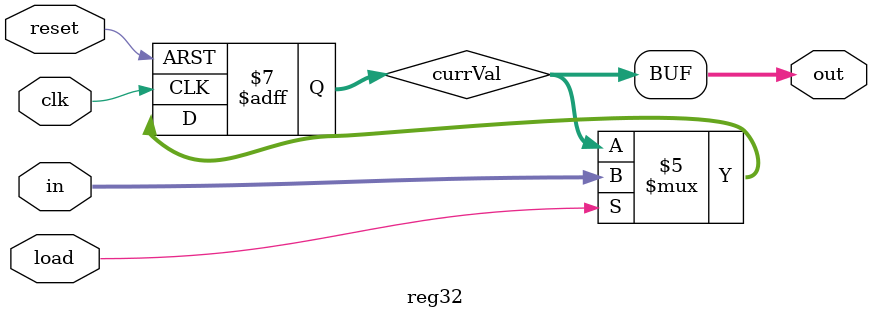
<source format=v>
module convAccelerator(input clk, input reset, input [31:0] dataIn,
                        input dataValid, input filter, output [31:0] dataOut);

  reg [4:0] count;
  reg [63:0] product;
  reg [31:0] shifted_product;
  reg [31:0] sum;
  assign dataOut = sum;

  reg loadAct1, loadAct2, loadAct3, loadAct4, loadAct5, loadAct6, loadAct7,
      loadAct8, loadAct9, loadFil1, loadFil2, loadFil3, loadFil4, loadFil5,
      loadFil6, loadFil7, loadFil8, loadFil9;
  wire [31:0] outAct1, outAct2, outAct3, outAct4, outAct5, outAct6, outAct7,
      outAct8, outAct9, outFil1, outFil2, outFil3, outFil4, outFil5, outFil6,
      outFil7, outFil8, outFil9;

  // Registers to store current activations that are being manipulated
  reg32 regAct1(clk, reset, loadAct1, dataIn, outAct1);
  reg32 regAct2(clk, reset, loadAct2, dataIn, outAct2);
  reg32 regAct3(clk, reset, loadAct3, dataIn, outAct3);
  reg32 regAct4(clk, reset, loadAct4, dataIn, outAct4);
  reg32 regAct5(clk, reset, loadAct5, dataIn, outAct5);
  reg32 regAct6(clk, reset, loadAct6, dataIn, outAct6);
  reg32 regAct7(clk, reset, loadAct7, dataIn, outAct7);
  reg32 regAct8(clk, reset, loadAct8, dataIn, outAct8);
  reg32 regAct9(clk, reset, loadAct9, dataIn, outAct9);

  // Registers to store filter values (3x3 means 9 registers)
  reg32 regFil1(clk, reset, loadFil1, dataIn, outFil1);
  reg32 regFil2(clk, reset, loadFil2, dataIn, outFil2);
  reg32 regFil3(clk, reset, loadFil3, dataIn, outFil3);
  reg32 regFil4(clk, reset, loadFil4, dataIn, outFil4);
  reg32 regFil5(clk, reset, loadFil5, dataIn, outFil5);
  reg32 regFil6(clk, reset, loadFil6, dataIn, outFil6);
  reg32 regFil7(clk, reset, loadFil7, dataIn, outFil7);
  reg32 regFil8(clk, reset, loadFil8, dataIn, outFil8);
  reg32 regFil9(clk, reset, loadFil9, dataIn, outFil9);

  always @(posedge clk, negedge reset) begin
    if (!reset) begin
      // Reset all values to 0
      loadAct1 = 1'b0; loadAct2 = 1'b0; loadAct3 = 1'b0; loadAct4 = 1'b0;
      loadAct5 = 1'b0; loadAct6 = 1'b0; loadAct7 = 1'b0; loadAct8 = 1'b0;
      loadAct9 = 1'b0; loadFil1 = 1'b0; loadFil2 = 1'b0; loadFil3 = 1'b0;
      loadFil4 = 1'b0; loadFil5 = 1'b0; loadFil6 = 1'b0; loadFil7 = 1'b0;
      loadFil8 = 1'b0; loadFil9 = 1'b0;
      count = 4'b0;
      product = 64'b0;
      shifted_product = 32'b0;
      sum = 32'b0;
    end
    else if (filter) begin
      // Fill in the filter values
      case(count)
        4'b0000: begin
          if (dataValid) begin
            loadFil1 = 1'b1;
            count <= count + 1'b1;
          end
        end
        4'b0001: begin
          loadFil1 = 1'b0;
          if (dataValid) begin
            loadFil2 = 1'b1;
            count <= count + 1'b1;
          end
        end
        4'b0010: begin
          loadFil2 = 1'b0;
          if (dataValid) begin
            loadFil3 = 1'b1;
            count <= count + 1'b1;
          end
        end
        4'b0011: begin
          loadFil3 = 1'b0;
          if (dataValid) begin
            loadFil4 = 1'b1;
            count <= count + 1'b1;
          end
        end
        4'b0100: begin
          loadFil4 = 1'b0;
          if (dataValid) begin
            loadFil5 = 1'b1;
            count <= count + 1'b1;
          end
        end
        4'b0101: begin
          loadFil5 = 1'b0;
          if (dataValid) begin
            loadFil6 = 1'b1;
            count <= count + 1'b1;
          end
        end
        4'b0110: begin
          loadFil6 = 1'b0;
          if (dataValid) begin
            loadFil7 = 1'b1;
            count <= count + 1'b1;
          end
        end
        4'b0111: begin
          loadFil7 = 1'b0;
          if (dataValid) begin
            loadFil8 = 1'b1;
            count <= count + 1'b1;
          end
        end
        4'b1000: begin
          loadFil8 = 1'b0;
          if (dataValid) begin
            loadFil9 = 1'b1;
            count <= count + 1'b1;
          end
        end
        default: begin
          loadFil9 = 1'b0;
          count <= 4'b0000;
        end
      endcase
    end
    else begin
      // Each clock cycle a new value is calculated and added to the sum
      case(count)
        4'b0000: begin
          if (dataValid) begin
            sum = 32'b0;
            loadAct1 = 1'b1;
            count <= count + 1'b1;
          end
        end
        4'b0001: begin
          loadAct1 = 1'b0;
          if (dataValid) begin
            loadAct2 = 1'b1;
            count <= count + 1'b1;
          end
        end
        4'b0010: begin
          loadAct2 = 1'b0;
          if (dataValid) begin
            loadAct3 = 1'b1;
            product = outAct1 * outFil1;
            shifted_product = product >>> 24;
            sum = sum + shifted_product;
            count <= count + 1'b1;
          end
        end
        4'b0011: begin
          loadAct3 = 1'b0;
          if (dataValid) begin
            loadAct4 = 1'b1;
            product = outAct2 * outFil2;
            shifted_product = product >>> 24;
            sum = sum + shifted_product;
            count <= count + 1'b1;
          end
        end
        4'b0100: begin
          loadAct4 = 1'b0;
          if (dataValid) begin
            loadAct5 = 1'b1;
            product = outAct3 * outFil3;
            shifted_product = product >>> 24;
            sum = sum + shifted_product;
            count <= count + 1'b1;
          end
        end
        4'b0101: begin
          loadAct5 = 1'b0;
          if (dataValid) begin
            loadAct6 = 1'b1;
            product = outAct4 * outFil4;
            shifted_product = product >>> 24;
            sum = sum + shifted_product;
            count <= count + 1'b1;
          end
        end
        4'b0110: begin
          loadAct6 = 1'b0;
          if (dataValid) begin
            loadAct7 = 1'b1;
            product = outAct5 * outFil5;
            shifted_product = product >>> 24;
            sum = sum + shifted_product;
            count <= count + 1'b1;
          end
        end
        4'b0111: begin
          loadAct7 = 1'b0;
          if (dataValid) begin
            loadAct8 = 1'b1;
            product = outAct6 * outFil6;
            shifted_product = product >>> 24;
            sum = sum + shifted_product;
            count <= count + 1'b1;
          end
        end
        4'b1000: begin
          loadAct8 = 1'b0;
          if (dataValid) begin
            loadAct9 = 1'b1;
            product = outAct7 * outFil7;
            shifted_product = product >>> 24;
            sum = sum + shifted_product;
            count <= count + 1'b1;
          end
        end
        4'b1001: begin
          loadAct9 = 1'b0;
          product = outAct8 * outFil8;
          shifted_product = product >>> 24;
          sum = sum + shifted_product;
          count <= count + 1'b1;
        end
        4'b1010: begin
          product = outAct9 * outFil9;
          shifted_product = product >>> 24;
          sum = sum + shifted_product;
          count <= count + 1'b1;
        end
        default: begin
          if (dataValid) begin
            count = 4'b0;
          end
        end
      endcase
    end
  end

endmodule: convAccelerator

// 32-bit register
module reg32(input clk, input reset, input load,
            input [31:0] in, output [31:0] out);

  reg [31:0] currVal;
  assign out = currVal;

  always @(posedge clk, negedge reset) begin
    if (reset == 1'b0)
      currVal <= 32'b00000000000000000000000000000000;
    else if (load == 1'b1)
      currVal <= in;
    else
      currVal <= out;
  end

endmodule: reg32

</source>
